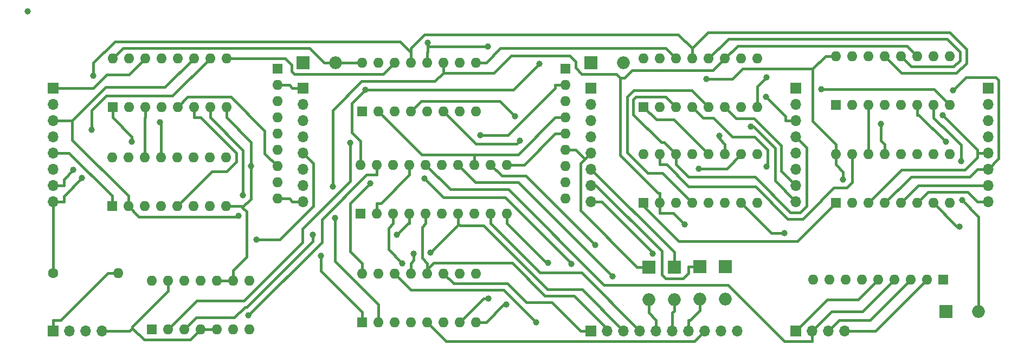
<source format=gbr>
%TF.GenerationSoftware,KiCad,Pcbnew,7.0.2*%
%TF.CreationDate,2023-06-04T09:33:39+01:00*%
%TF.ProjectId,SPI-Z80-BUS_ZXspectrum_impl,5350492d-5a38-4302-9d42-55535f5a5873,rev?*%
%TF.SameCoordinates,PX3473bc0PY19bfcc0*%
%TF.FileFunction,Copper,L2,Bot*%
%TF.FilePolarity,Positive*%
%FSLAX46Y46*%
G04 Gerber Fmt 4.6, Leading zero omitted, Abs format (unit mm)*
G04 Created by KiCad (PCBNEW 7.0.2) date 2023-06-04 09:33:39*
%MOMM*%
%LPD*%
G01*
G04 APERTURE LIST*
%TA.AperFunction,ComponentPad*%
%ADD10R,1.700000X1.700000*%
%TD*%
%TA.AperFunction,ComponentPad*%
%ADD11O,1.700000X1.700000*%
%TD*%
%TA.AperFunction,ComponentPad*%
%ADD12R,1.600000X1.600000*%
%TD*%
%TA.AperFunction,ComponentPad*%
%ADD13O,1.600000X1.600000*%
%TD*%
%TA.AperFunction,ComponentPad*%
%ADD14R,2.000000X2.000000*%
%TD*%
%TA.AperFunction,ComponentPad*%
%ADD15O,2.000000X2.000000*%
%TD*%
%TA.AperFunction,ComponentPad*%
%ADD16C,1.600000*%
%TD*%
%TA.AperFunction,ViaPad*%
%ADD17C,1.000000*%
%TD*%
%TA.AperFunction,Conductor*%
%ADD18C,0.400000*%
%TD*%
G04 APERTURE END LIST*
D10*
%TO.P,LOCAL_CONTROL1,1,Pin_1*%
%TO.N,/SPI-Z80-BUS/LOCAL_CONTROL.RD*%
X120000000Y-50000000D03*
D11*
%TO.P,LOCAL_CONTROL1,2,Pin_2*%
%TO.N,/SPI-Z80-BUS/LOCAL_CONTROL.WR*%
X122540000Y-50000000D03*
%TO.P,LOCAL_CONTROL1,3,Pin_3*%
%TO.N,/SPI-Z80-BUS/LOCAL_CONTROL.IORQ*%
X125080000Y-50000000D03*
%TO.P,LOCAL_CONTROL1,4,Pin_4*%
%TO.N,/SPI-Z80-BUS/LOCAL_CONTROL.MEMRQ*%
X127620000Y-50000000D03*
%TD*%
D12*
%TO.P,ZX80_CONTROL.RD1,1,~{PL}*%
%TO.N,/SPI-Z80-BUS/ESP_SPI_INT.PL*%
X52220000Y-48635000D03*
D13*
%TO.P,ZX80_CONTROL.RD1,2,CP*%
%TO.N,/SPI-Z80-BUS/ESP_SPI_INT.SCK*%
X54760000Y-48635000D03*
%TO.P,ZX80_CONTROL.RD1,3,D4*%
%TO.N,/SPI-Z80-BUS/Z80_CONTROL.BUSRQ*%
X57300000Y-48635000D03*
%TO.P,ZX80_CONTROL.RD1,4,D5*%
%TO.N,/SPI-Z80-BUS/Z80_CONTROL.WAIT*%
X59840000Y-48635000D03*
%TO.P,ZX80_CONTROL.RD1,5,D6*%
%TO.N,/SPI-Z80-BUS/Z80_CONTROL.BUSACK*%
X62380000Y-48635000D03*
%TO.P,ZX80_CONTROL.RD1,6,D7*%
%TO.N,/SPI-Z80-BUS/Z80_CONTROL.NMI*%
X64920000Y-48635000D03*
%TO.P,ZX80_CONTROL.RD1,7,~{Q7}*%
%TO.N,Net-(LOCAL_A-L.RD1-DS)*%
X67460000Y-48635000D03*
%TO.P,ZX80_CONTROL.RD1,8,GND*%
%TO.N,GND*%
X70000000Y-48635000D03*
%TO.P,ZX80_CONTROL.RD1,9,Q7*%
%TO.N,unconnected-(ZX80_CONTROL.RD1-Q7-Pad9)*%
X70000000Y-41015000D03*
%TO.P,ZX80_CONTROL.RD1,10,DS*%
%TO.N,Net-(LOCAL_D.RD1-~{Q7})*%
X67460000Y-41015000D03*
%TO.P,ZX80_CONTROL.RD1,11,D0*%
%TO.N,/SPI-Z80-BUS/Z80_CONTROL.RD*%
X64920000Y-41015000D03*
%TO.P,ZX80_CONTROL.RD1,12,D1*%
%TO.N,/SPI-Z80-BUS/Z80_CONTROL.WR*%
X62380000Y-41015000D03*
%TO.P,ZX80_CONTROL.RD1,13,D2*%
%TO.N,/SPI-Z80-BUS/Z80_CONTROL.IORQ*%
X59840000Y-41015000D03*
%TO.P,ZX80_CONTROL.RD1,14,D3*%
%TO.N,/SPI-Z80-BUS/Z80_CONTROL.MEMRQ*%
X57300000Y-41015000D03*
%TO.P,ZX80_CONTROL.RD1,15,~{CE}*%
%TO.N,/SPI-Z80-BUS/ESP_SPI_INT.CE*%
X54760000Y-41015000D03*
%TO.P,ZX80_CONTROL.RD1,16,VCC*%
%TO.N,+5V*%
X52220000Y-41015000D03*
%TD*%
D14*
%TO.P,D5,1,K*%
%TO.N,/SPI-Z80-BUS/ESP_CONTROL.ROMCS*%
X105000000Y-39920000D03*
D15*
%TO.P,D5,2,A*%
%TO.N,/SPI-Z80-BUS/Z80_CONTROL.ROMCS*%
X105000000Y-45000000D03*
%TD*%
D12*
%TO.P,IC1,1*%
%TO.N,/SPI-Z80-BUS/ESP_PULSE*%
X19375000Y-49800000D03*
D13*
%TO.P,IC1,2*%
%TO.N,/SPI-Z80-BUS/ESP_CONTROL.WR*%
X21915000Y-49800000D03*
%TO.P,IC1,3*%
%TO.N,Net-(CONTROL.SELECT1-1A1)*%
X24455000Y-49800000D03*
%TO.P,IC1,4*%
%TO.N,GND*%
X26995000Y-49800000D03*
%TO.P,IC1,5*%
X29535000Y-49800000D03*
%TO.P,IC1,6*%
%TO.N,unconnected-(IC1-Pad6)*%
X32075000Y-49800000D03*
%TO.P,IC1,7,GND*%
%TO.N,GND*%
X34615000Y-49800000D03*
%TO.P,IC1,8*%
%TO.N,unconnected-(IC1-Pad8)*%
X34615000Y-42180000D03*
%TO.P,IC1,9*%
%TO.N,GND*%
X32075000Y-42180000D03*
%TO.P,IC1,10*%
X29535000Y-42180000D03*
%TO.P,IC1,11*%
%TO.N,unconnected-(IC1-Pad11)*%
X26995000Y-42180000D03*
%TO.P,IC1,12*%
%TO.N,GND*%
X24455000Y-42180000D03*
%TO.P,IC1,13*%
X21915000Y-42180000D03*
%TO.P,IC1,14,VCC*%
%TO.N,+5V*%
X19375000Y-42180000D03*
%TD*%
D10*
%TO.P,J6,1,Pin_1*%
%TO.N,/SPI-Z80-BUS/LOCAL_A0*%
X120000000Y-12000000D03*
D11*
%TO.P,J6,2,Pin_2*%
%TO.N,/SPI-Z80-BUS/LOCAL_A1*%
X120000000Y-14540000D03*
%TO.P,J6,3,Pin_3*%
%TO.N,/SPI-Z80-BUS/LOCAL_A2*%
X120000000Y-17080000D03*
%TO.P,J6,4,Pin_4*%
%TO.N,/SPI-Z80-BUS/LOCAL_A3*%
X120000000Y-19620000D03*
%TO.P,J6,5,Pin_5*%
%TO.N,/SPI-Z80-BUS/LOCAL_A4*%
X120000000Y-22160000D03*
%TO.P,J6,6,Pin_6*%
%TO.N,/SPI-Z80-BUS/LOCAL_A5*%
X120000000Y-24700000D03*
%TO.P,J6,7,Pin_7*%
%TO.N,/SPI-Z80-BUS/LOCAL_A6*%
X120000000Y-27240000D03*
%TO.P,J6,8,Pin_8*%
%TO.N,/SPI-Z80-BUS/LOCAL_A7*%
X120000000Y-29780000D03*
%TD*%
D14*
%TO.P,D3,1,K*%
%TO.N,/SPI-Z80-BUS/ESP_CONTROL.BUSRQ*%
X97000000Y-40000000D03*
D15*
%TO.P,D3,2,A*%
%TO.N,/SPI-Z80-BUS/Z80_CONTROL.BUSRQ*%
X97000000Y-45080000D03*
%TD*%
D12*
%TO.P,RN1,1,common*%
%TO.N,Net-(D7-K)*%
X143000000Y-42000000D03*
D13*
%TO.P,RN1,2,R1*%
%TO.N,/SPI-Z80-BUS/LOCAL_CONTROL.MEMRQ*%
X140460000Y-42000000D03*
%TO.P,RN1,3,R2*%
%TO.N,/SPI-Z80-BUS/LOCAL_CONTROL.IORQ*%
X137920000Y-42000000D03*
%TO.P,RN1,4,R3*%
%TO.N,/SPI-Z80-BUS/LOCAL_CONTROL.WR*%
X135380000Y-42000000D03*
%TO.P,RN1,5,R4*%
%TO.N,/SPI-Z80-BUS/LOCAL_CONTROL.RD*%
X132840000Y-42000000D03*
%TO.P,RN1,6,R5*%
%TO.N,unconnected-(RN1-R5-Pad6)*%
X130300000Y-42000000D03*
%TO.P,RN1,7,R6*%
%TO.N,unconnected-(RN1-R6-Pad7)*%
X127760000Y-42000000D03*
%TO.P,RN1,8,R7*%
%TO.N,unconnected-(RN1-R7-Pad8)*%
X125220000Y-42000000D03*
%TO.P,RN1,9,R8*%
%TO.N,unconnected-(RN1-R8-Pad9)*%
X122680000Y-42000000D03*
%TD*%
D14*
%TO.P,D7,1,K*%
%TO.N,Net-(D7-K)*%
X143460000Y-47000000D03*
D15*
%TO.P,D7,2,A*%
%TO.N,+5V*%
X148540000Y-47000000D03*
%TD*%
D14*
%TO.P,D1,1,K*%
%TO.N,Net-(D1-K)*%
X88000000Y-8000000D03*
D15*
%TO.P,D1,2,A*%
%TO.N,+5V*%
X93080000Y-8000000D03*
%TD*%
D12*
%TO.P,LOCAL_D.WR1,1,QB*%
%TO.N,/SPI-Z80-BUS/LOCAL_D1*%
X13260000Y-15000000D03*
D13*
%TO.P,LOCAL_D.WR1,2,QC*%
%TO.N,/SPI-Z80-BUS/LOCAL_D2*%
X15800000Y-15000000D03*
%TO.P,LOCAL_D.WR1,3,QD*%
%TO.N,/SPI-Z80-BUS/LOCAL_D3*%
X18340000Y-15000000D03*
%TO.P,LOCAL_D.WR1,4,QE*%
%TO.N,/SPI-Z80-BUS/LOCAL_D4*%
X20880000Y-15000000D03*
%TO.P,LOCAL_D.WR1,5,QF*%
%TO.N,/SPI-Z80-BUS/LOCAL_D5*%
X23420000Y-15000000D03*
%TO.P,LOCAL_D.WR1,6,QG*%
%TO.N,/SPI-Z80-BUS/LOCAL_D6*%
X25960000Y-15000000D03*
%TO.P,LOCAL_D.WR1,7,QH*%
%TO.N,/SPI-Z80-BUS/LOCAL_D7*%
X28500000Y-15000000D03*
%TO.P,LOCAL_D.WR1,8,GND*%
%TO.N,GND*%
X31040000Y-15000000D03*
%TO.P,LOCAL_D.WR1,9,QH'*%
%TO.N,Net-(ESP_CONTROL.WR1-SER)*%
X31040000Y-7380000D03*
%TO.P,LOCAL_D.WR1,10,~{SRCLR}*%
%TO.N,/SPI-Z80-BUS/ESP_SPI_INT.MR*%
X28500000Y-7380000D03*
%TO.P,LOCAL_D.WR1,11,SRCLK*%
%TO.N,/SPI-Z80-BUS/ESP_SPI_INT.SCK*%
X25960000Y-7380000D03*
%TO.P,LOCAL_D.WR1,12,RCLK*%
%TO.N,/SPI-Z80-BUS/ESP_SPI_INT.STC*%
X23420000Y-7380000D03*
%TO.P,LOCAL_D.WR1,13,~{OE}*%
%TO.N,/SPI-Z80-BUS/ESP_CONTROL.WR*%
X20880000Y-7380000D03*
%TO.P,LOCAL_D.WR1,14,SER*%
%TO.N,/SPI-Z80-BUS/ESP_SPI_INT.MOSI*%
X18340000Y-7380000D03*
%TO.P,LOCAL_D.WR1,15,QA*%
%TO.N,/SPI-Z80-BUS/LOCAL_D0*%
X15800000Y-7380000D03*
%TO.P,LOCAL_D.WR1,16,VCC*%
%TO.N,+5V*%
X13260000Y-7380000D03*
%TD*%
D12*
%TO.P,LOCAL_D.RD1,1,~{PL}*%
%TO.N,/SPI-Z80-BUS/ESP_SPI_INT.PL*%
X13220000Y-30500000D03*
D13*
%TO.P,LOCAL_D.RD1,2,CP*%
%TO.N,/SPI-Z80-BUS/ESP_SPI_INT.SCK*%
X15760000Y-30500000D03*
%TO.P,LOCAL_D.RD1,3,D4*%
%TO.N,/SPI-Z80-BUS/LOCAL_D4*%
X18300000Y-30500000D03*
%TO.P,LOCAL_D.RD1,4,D5*%
%TO.N,/SPI-Z80-BUS/LOCAL_D5*%
X20840000Y-30500000D03*
%TO.P,LOCAL_D.RD1,5,D6*%
%TO.N,/SPI-Z80-BUS/LOCAL_D6*%
X23380000Y-30500000D03*
%TO.P,LOCAL_D.RD1,6,D7*%
%TO.N,/SPI-Z80-BUS/LOCAL_D7*%
X25920000Y-30500000D03*
%TO.P,LOCAL_D.RD1,7,~{Q7}*%
%TO.N,Net-(LOCAL_D.RD1-~{Q7})*%
X28460000Y-30500000D03*
%TO.P,LOCAL_D.RD1,8,GND*%
%TO.N,GND*%
X31000000Y-30500000D03*
%TO.P,LOCAL_D.RD1,9,Q7*%
%TO.N,unconnected-(LOCAL_D.RD1-Q7-Pad9)*%
X31000000Y-22880000D03*
%TO.P,LOCAL_D.RD1,10,DS*%
%TO.N,GND*%
X28460000Y-22880000D03*
%TO.P,LOCAL_D.RD1,11,D0*%
%TO.N,/SPI-Z80-BUS/LOCAL_D0*%
X25920000Y-22880000D03*
%TO.P,LOCAL_D.RD1,12,D1*%
%TO.N,/SPI-Z80-BUS/LOCAL_D1*%
X23380000Y-22880000D03*
%TO.P,LOCAL_D.RD1,13,D2*%
%TO.N,/SPI-Z80-BUS/LOCAL_D2*%
X20840000Y-22880000D03*
%TO.P,LOCAL_D.RD1,14,D3*%
%TO.N,/SPI-Z80-BUS/LOCAL_D3*%
X18300000Y-22880000D03*
%TO.P,LOCAL_D.RD1,15,~{CE}*%
%TO.N,/SPI-Z80-BUS/ESP_SPI_INT.CE*%
X15760000Y-22880000D03*
%TO.P,LOCAL_D.RD1,16,VCC*%
%TO.N,+5V*%
X13220000Y-22880000D03*
%TD*%
D12*
%TO.P,ESP_CONTROL.WR1,1,QB*%
%TO.N,/SPI-Z80-BUS/ESP_CONTROL.WR*%
X52220000Y-15635000D03*
D13*
%TO.P,ESP_CONTROL.WR1,2,QC*%
%TO.N,/SPI-Z80-BUS/ESP_CONTROL.IORQ*%
X54760000Y-15635000D03*
%TO.P,ESP_CONTROL.WR1,3,QD*%
%TO.N,/SPI-Z80-BUS/ESP_CONTROL.MEMRQ*%
X57300000Y-15635000D03*
%TO.P,ESP_CONTROL.WR1,4,QE*%
%TO.N,/SPI-Z80-BUS/ESP_CONTROL.BUSRQ*%
X59840000Y-15635000D03*
%TO.P,ESP_CONTROL.WR1,5,QF*%
%TO.N,/SPI-Z80-BUS/ESP_CONTROL.WAIT*%
X62380000Y-15635000D03*
%TO.P,ESP_CONTROL.WR1,6,QG*%
%TO.N,/SPI-Z80-BUS/ESP_CONTROL.ROMCS*%
X64920000Y-15635000D03*
%TO.P,ESP_CONTROL.WR1,7,QH*%
%TO.N,/SPI-Z80-BUS/ESP_CONTROL.NMI*%
X67460000Y-15635000D03*
%TO.P,ESP_CONTROL.WR1,8,GND*%
%TO.N,GND*%
X70000000Y-15635000D03*
%TO.P,ESP_CONTROL.WR1,9,QH'*%
%TO.N,Net-(ESP_CONTROL.WR1-QH')*%
X70000000Y-8015000D03*
%TO.P,ESP_CONTROL.WR1,10,~{SRCLR}*%
%TO.N,/SPI-Z80-BUS/ESP_SPI_INT.MR*%
X67460000Y-8015000D03*
%TO.P,ESP_CONTROL.WR1,11,SRCLK*%
%TO.N,/SPI-Z80-BUS/ESP_SPI_INT.SCK*%
X64920000Y-8015000D03*
%TO.P,ESP_CONTROL.WR1,12,RCLK*%
%TO.N,/SPI-Z80-BUS/ESP_SPI_INT.STC*%
X62380000Y-8015000D03*
%TO.P,ESP_CONTROL.WR1,13,~{OE}*%
%TO.N,/SPI-Z80-BUS/ESP_SPI_INT.OE*%
X59840000Y-8015000D03*
%TO.P,ESP_CONTROL.WR1,14,SER*%
%TO.N,Net-(ESP_CONTROL.WR1-SER)*%
X57300000Y-8015000D03*
%TO.P,ESP_CONTROL.WR1,15,QA*%
%TO.N,/SPI-Z80-BUS/ESP_CONTROL.RD*%
X54760000Y-8015000D03*
%TO.P,ESP_CONTROL.WR1,16,VCC*%
%TO.N,+5V*%
X52220000Y-8015000D03*
%TD*%
D10*
%TO.P,J3,1,Pin_1*%
%TO.N,/SPI-Z80-BUS/ESP_SPI_INT.MOSI*%
X4000000Y-12000000D03*
D11*
%TO.P,J3,2,Pin_2*%
%TO.N,/SPI-Z80-BUS/ESP_SPI_INT.MISO*%
X4000000Y-14540000D03*
%TO.P,J3,3,Pin_3*%
%TO.N,/SPI-Z80-BUS/ESP_SPI_INT.SCK*%
X4000000Y-17080000D03*
%TO.P,J3,4,Pin_4*%
%TO.N,/SPI-Z80-BUS/ESP_SPI_INT.STC*%
X4000000Y-19620000D03*
%TO.P,J3,5,Pin_5*%
%TO.N,/SPI-Z80-BUS/ESP_SPI_INT.PL*%
X4000000Y-22160000D03*
%TO.P,J3,6,Pin_6*%
%TO.N,/SPI-Z80-BUS/ESP_SPI_INT.CE*%
X4000000Y-24700000D03*
%TO.P,J3,7,Pin_7*%
%TO.N,/SPI-Z80-BUS/ESP_SPI_INT.OE*%
X4000000Y-27240000D03*
%TO.P,J3,8,Pin_8*%
%TO.N,/SPI-Z80-BUS/ESP_SPI_INT.MR*%
X4000000Y-29780000D03*
%TD*%
D12*
%TO.P,CONTROL.SELECT1,1,1OE*%
%TO.N,/SPI-Z80-BUS/ESP_CONTROL.BUSRQ*%
X52000000Y-31620000D03*
D13*
%TO.P,CONTROL.SELECT1,2,1A0*%
%TO.N,/SPI-Z80-BUS/ESP_CONTROL.RD*%
X54540000Y-31620000D03*
%TO.P,CONTROL.SELECT1,3,2Y0*%
%TO.N,/SPI-Z80-BUS/Z80_CONTROL.RD*%
X57080000Y-31620000D03*
%TO.P,CONTROL.SELECT1,4,1A1*%
%TO.N,Net-(CONTROL.SELECT1-1A1)*%
X59620000Y-31620000D03*
%TO.P,CONTROL.SELECT1,5,2Y1*%
%TO.N,/SPI-Z80-BUS/Z80_CONTROL.WR*%
X62160000Y-31620000D03*
%TO.P,CONTROL.SELECT1,6,1A2*%
%TO.N,/SPI-Z80-BUS/ESP_CONTROL.IORQ*%
X64700000Y-31620000D03*
%TO.P,CONTROL.SELECT1,7,2Y2*%
%TO.N,/SPI-Z80-BUS/Z80_CONTROL.IORQ*%
X67240000Y-31620000D03*
%TO.P,CONTROL.SELECT1,8,1A3*%
%TO.N,/SPI-Z80-BUS/ESP_CONTROL.MEMRQ*%
X69780000Y-31620000D03*
%TO.P,CONTROL.SELECT1,9,2Y3*%
%TO.N,/SPI-Z80-BUS/Z80_CONTROL.MEMRQ*%
X72320000Y-31620000D03*
%TO.P,CONTROL.SELECT1,10,GND*%
%TO.N,GND*%
X74860000Y-31620000D03*
%TO.P,CONTROL.SELECT1,11,2A3*%
%TO.N,/SPI-Z80-BUS/ESP_CONTROL.MEMRQ*%
X74860000Y-24000000D03*
%TO.P,CONTROL.SELECT1,12,1Y3*%
%TO.N,/SPI-Z80-BUS/LOCAL_CONTROL.MEMRQ*%
X72320000Y-24000000D03*
%TO.P,CONTROL.SELECT1,13,2A2*%
%TO.N,/SPI-Z80-BUS/ESP_CONTROL.IORQ*%
X69780000Y-24000000D03*
%TO.P,CONTROL.SELECT1,14,1Y2*%
%TO.N,/SPI-Z80-BUS/LOCAL_CONTROL.IORQ*%
X67240000Y-24000000D03*
%TO.P,CONTROL.SELECT1,15,2A1*%
%TO.N,Net-(CONTROL.SELECT1-1A1)*%
X64700000Y-24000000D03*
%TO.P,CONTROL.SELECT1,16,1Y1*%
%TO.N,/SPI-Z80-BUS/LOCAL_CONTROL.WR*%
X62160000Y-24000000D03*
%TO.P,CONTROL.SELECT1,17,2A0*%
%TO.N,/SPI-Z80-BUS/ESP_CONTROL.RD*%
X59620000Y-24000000D03*
%TO.P,CONTROL.SELECT1,18,1Y0*%
%TO.N,/SPI-Z80-BUS/LOCAL_CONTROL.RD*%
X57080000Y-24000000D03*
%TO.P,CONTROL.SELECT1,19,2OE*%
%TO.N,/SPI-Z80-BUS/!ESP_HARDLOCK*%
X54540000Y-24000000D03*
%TO.P,CONTROL.SELECT1,20,VCC*%
%TO.N,+5V*%
X52000000Y-24000000D03*
%TD*%
D14*
%TO.P,D4,1,K*%
%TO.N,/SPI-Z80-BUS/ESP_CONTROL.WAIT*%
X101000000Y-40000000D03*
D15*
%TO.P,D4,2,A*%
%TO.N,/SPI-Z80-BUS/Z80_CONTROL.WAIT*%
X101000000Y-45080000D03*
%TD*%
D10*
%TO.P,J1,1,Pin_1*%
%TO.N,+5V*%
X4000000Y-50000000D03*
D11*
%TO.P,J1,2,Pin_2*%
%TO.N,/SPI-Z80-BUS/ESP_PULSE*%
X6540000Y-50000000D03*
%TO.P,J1,3,Pin_3*%
%TO.N,/SPI-Z80-BUS/!ESP_HARDLOCK*%
X9080000Y-50000000D03*
%TO.P,J1,4,Pin_4*%
%TO.N,GND*%
X11620000Y-50000000D03*
%TD*%
D10*
%TO.P,J7,1,Pin_1*%
%TO.N,/SPI-Z80-BUS/LOCAL_A8*%
X150000000Y-12000000D03*
D11*
%TO.P,J7,2,Pin_2*%
%TO.N,/SPI-Z80-BUS/LOCAL_A9*%
X150000000Y-14540000D03*
%TO.P,J7,3,Pin_3*%
%TO.N,/SPI-Z80-BUS/LOCAL_A10*%
X150000000Y-17080000D03*
%TO.P,J7,4,Pin_4*%
%TO.N,/SPI-Z80-BUS/LOCAL_A11*%
X150000000Y-19620000D03*
%TO.P,J7,5,Pin_5*%
%TO.N,/SPI-Z80-BUS/LOCAL_A12*%
X150000000Y-22160000D03*
%TO.P,J7,6,Pin_6*%
%TO.N,/SPI-Z80-BUS/LOCAL_A13*%
X150000000Y-24700000D03*
%TO.P,J7,7,Pin_7*%
%TO.N,/SPI-Z80-BUS/LOCAL_A14*%
X150000000Y-27240000D03*
%TO.P,J7,8,Pin_8*%
%TO.N,/SPI-Z80-BUS/LOCAL_A15*%
X150000000Y-29780000D03*
%TD*%
D12*
%TO.P,LOCAL_ADDR-H.WR1,1,QB*%
%TO.N,/SPI-Z80-BUS/LOCAL_A9*%
X126220000Y-14620000D03*
D13*
%TO.P,LOCAL_ADDR-H.WR1,2,QC*%
%TO.N,/SPI-Z80-BUS/LOCAL_A10*%
X128760000Y-14620000D03*
%TO.P,LOCAL_ADDR-H.WR1,3,QD*%
%TO.N,/SPI-Z80-BUS/LOCAL_A11*%
X131300000Y-14620000D03*
%TO.P,LOCAL_ADDR-H.WR1,4,QE*%
%TO.N,/SPI-Z80-BUS/LOCAL_A12*%
X133840000Y-14620000D03*
%TO.P,LOCAL_ADDR-H.WR1,5,QF*%
%TO.N,/SPI-Z80-BUS/LOCAL_A13*%
X136380000Y-14620000D03*
%TO.P,LOCAL_ADDR-H.WR1,6,QG*%
%TO.N,/SPI-Z80-BUS/LOCAL_A14*%
X138920000Y-14620000D03*
%TO.P,LOCAL_ADDR-H.WR1,7,QH*%
%TO.N,/SPI-Z80-BUS/LOCAL_A15*%
X141460000Y-14620000D03*
%TO.P,LOCAL_ADDR-H.WR1,8,GND*%
%TO.N,GND*%
X144000000Y-14620000D03*
%TO.P,LOCAL_ADDR-H.WR1,9,QH'*%
%TO.N,unconnected-(LOCAL_ADDR-H.WR1-QH'-Pad9)*%
X144000000Y-7000000D03*
%TO.P,LOCAL_ADDR-H.WR1,10,~{SRCLR}*%
%TO.N,/SPI-Z80-BUS/ESP_SPI_INT.MR*%
X141460000Y-7000000D03*
%TO.P,LOCAL_ADDR-H.WR1,11,SRCLK*%
%TO.N,/SPI-Z80-BUS/ESP_SPI_INT.SCK*%
X138920000Y-7000000D03*
%TO.P,LOCAL_ADDR-H.WR1,12,RCLK*%
%TO.N,/SPI-Z80-BUS/ESP_SPI_INT.STC*%
X136380000Y-7000000D03*
%TO.P,LOCAL_ADDR-H.WR1,13,~{OE}*%
%TO.N,/SPI-Z80-BUS/ESP_SPI_INT.OE*%
X133840000Y-7000000D03*
%TO.P,LOCAL_ADDR-H.WR1,14,SER*%
%TO.N,Net-(LOCAL_ADDR-H.WR1-SER)*%
X131300000Y-7000000D03*
%TO.P,LOCAL_ADDR-H.WR1,15,QA*%
%TO.N,/SPI-Z80-BUS/LOCAL_A8*%
X128760000Y-7000000D03*
%TO.P,LOCAL_ADDR-H.WR1,16,VCC*%
%TO.N,+5V*%
X126220000Y-7000000D03*
%TD*%
D12*
%TO.P,LOCAL_ADDR-L.WR1,1,QB*%
%TO.N,/SPI-Z80-BUS/LOCAL_A1*%
X96220000Y-15000000D03*
D13*
%TO.P,LOCAL_ADDR-L.WR1,2,QC*%
%TO.N,/SPI-Z80-BUS/LOCAL_A2*%
X98760000Y-15000000D03*
%TO.P,LOCAL_ADDR-L.WR1,3,QD*%
%TO.N,/SPI-Z80-BUS/LOCAL_A3*%
X101300000Y-15000000D03*
%TO.P,LOCAL_ADDR-L.WR1,4,QE*%
%TO.N,/SPI-Z80-BUS/LOCAL_A4*%
X103840000Y-15000000D03*
%TO.P,LOCAL_ADDR-L.WR1,5,QF*%
%TO.N,/SPI-Z80-BUS/LOCAL_A5*%
X106380000Y-15000000D03*
%TO.P,LOCAL_ADDR-L.WR1,6,QG*%
%TO.N,/SPI-Z80-BUS/LOCAL_A6*%
X108920000Y-15000000D03*
%TO.P,LOCAL_ADDR-L.WR1,7,QH*%
%TO.N,/SPI-Z80-BUS/LOCAL_A7*%
X111460000Y-15000000D03*
%TO.P,LOCAL_ADDR-L.WR1,8,GND*%
%TO.N,GND*%
X114000000Y-15000000D03*
%TO.P,LOCAL_ADDR-L.WR1,9,QH'*%
%TO.N,Net-(LOCAL_ADDR-H.WR1-SER)*%
X114000000Y-7380000D03*
%TO.P,LOCAL_ADDR-L.WR1,10,~{SRCLR}*%
%TO.N,/SPI-Z80-BUS/ESP_SPI_INT.MR*%
X111460000Y-7380000D03*
%TO.P,LOCAL_ADDR-L.WR1,11,SRCLK*%
%TO.N,/SPI-Z80-BUS/ESP_SPI_INT.SCK*%
X108920000Y-7380000D03*
%TO.P,LOCAL_ADDR-L.WR1,12,RCLK*%
%TO.N,/SPI-Z80-BUS/ESP_SPI_INT.STC*%
X106380000Y-7380000D03*
%TO.P,LOCAL_ADDR-L.WR1,13,~{OE}*%
%TO.N,/SPI-Z80-BUS/ESP_SPI_INT.OE*%
X103840000Y-7380000D03*
%TO.P,LOCAL_ADDR-L.WR1,14,SER*%
%TO.N,Net-(ESP_CONTROL.WR1-QH')*%
X101300000Y-7380000D03*
%TO.P,LOCAL_ADDR-L.WR1,15,QA*%
%TO.N,/SPI-Z80-BUS/LOCAL_A0*%
X98760000Y-7380000D03*
%TO.P,LOCAL_ADDR-L.WR1,16,VCC*%
%TO.N,+5V*%
X96220000Y-7380000D03*
%TD*%
D14*
%TO.P,D6,1,K*%
%TO.N,/SPI-Z80-BUS/ESP_CONTROL.NMI*%
X109000000Y-39920000D03*
D15*
%TO.P,D6,2,A*%
%TO.N,/SPI-Z80-BUS/Z80_CONTROL.NMI*%
X109000000Y-45000000D03*
%TD*%
D12*
%TO.P,LOCAL_A-H.RD1,1,~{PL}*%
%TO.N,/SPI-Z80-BUS/ESP_SPI_INT.PL*%
X126220000Y-30000000D03*
D13*
%TO.P,LOCAL_A-H.RD1,2,CP*%
%TO.N,/SPI-Z80-BUS/ESP_SPI_INT.SCK*%
X128760000Y-30000000D03*
%TO.P,LOCAL_A-H.RD1,3,D4*%
%TO.N,/SPI-Z80-BUS/LOCAL_A12*%
X131300000Y-30000000D03*
%TO.P,LOCAL_A-H.RD1,4,D5*%
%TO.N,/SPI-Z80-BUS/LOCAL_A13*%
X133840000Y-30000000D03*
%TO.P,LOCAL_A-H.RD1,5,D6*%
%TO.N,/SPI-Z80-BUS/LOCAL_A14*%
X136380000Y-30000000D03*
%TO.P,LOCAL_A-H.RD1,6,D7*%
%TO.N,/SPI-Z80-BUS/LOCAL_A15*%
X138920000Y-30000000D03*
%TO.P,LOCAL_A-H.RD1,7,~{Q7}*%
%TO.N,/SPI-Z80-BUS/ESP_SPI_INT.MISO*%
X141460000Y-30000000D03*
%TO.P,LOCAL_A-H.RD1,8,GND*%
%TO.N,GND*%
X144000000Y-30000000D03*
%TO.P,LOCAL_A-H.RD1,9,Q7*%
%TO.N,unconnected-(LOCAL_A-H.RD1-Q7-Pad9)*%
X144000000Y-22380000D03*
%TO.P,LOCAL_A-H.RD1,10,DS*%
%TO.N,Net-(LOCAL_A-H.RD1-DS)*%
X141460000Y-22380000D03*
%TO.P,LOCAL_A-H.RD1,11,D0*%
%TO.N,/SPI-Z80-BUS/LOCAL_A8*%
X138920000Y-22380000D03*
%TO.P,LOCAL_A-H.RD1,12,D1*%
%TO.N,/SPI-Z80-BUS/LOCAL_A9*%
X136380000Y-22380000D03*
%TO.P,LOCAL_A-H.RD1,13,D2*%
%TO.N,/SPI-Z80-BUS/LOCAL_A10*%
X133840000Y-22380000D03*
%TO.P,LOCAL_A-H.RD1,14,D3*%
%TO.N,/SPI-Z80-BUS/LOCAL_A11*%
X131300000Y-22380000D03*
%TO.P,LOCAL_A-H.RD1,15,~{CE}*%
%TO.N,/SPI-Z80-BUS/ESP_SPI_INT.CE*%
X128760000Y-22380000D03*
%TO.P,LOCAL_A-H.RD1,16,VCC*%
%TO.N,+5V*%
X126220000Y-22380000D03*
%TD*%
D12*
%TO.P,ESP_CONTROL.Bias1,1,common*%
%TO.N,Net-(D1-K)*%
X84000000Y-9000000D03*
D13*
%TO.P,ESP_CONTROL.Bias1,2,R1*%
%TO.N,/SPI-Z80-BUS/ESP_CONTROL.RD*%
X84000000Y-11540000D03*
%TO.P,ESP_CONTROL.Bias1,3,R2*%
%TO.N,/SPI-Z80-BUS/ESP_CONTROL.WR*%
X84000000Y-14080000D03*
%TO.P,ESP_CONTROL.Bias1,4,R3*%
%TO.N,/SPI-Z80-BUS/ESP_CONTROL.IORQ*%
X84000000Y-16620000D03*
%TO.P,ESP_CONTROL.Bias1,5,R4*%
%TO.N,/SPI-Z80-BUS/ESP_CONTROL.MEMRQ*%
X84000000Y-19160000D03*
%TO.P,ESP_CONTROL.Bias1,6,R5*%
%TO.N,/SPI-Z80-BUS/ESP_CONTROL.BUSRQ*%
X84000000Y-21700000D03*
%TO.P,ESP_CONTROL.Bias1,7,R6*%
%TO.N,/SPI-Z80-BUS/ESP_CONTROL.WAIT*%
X84000000Y-24240000D03*
%TO.P,ESP_CONTROL.Bias1,8,R7*%
%TO.N,/SPI-Z80-BUS/ESP_CONTROL.ROMCS*%
X84000000Y-26780000D03*
%TO.P,ESP_CONTROL.Bias1,9,R8*%
%TO.N,/SPI-Z80-BUS/ESP_CONTROL.NMI*%
X84000000Y-29320000D03*
%TD*%
D14*
%TO.P,D2,1,K*%
%TO.N,Net-(D2-K)*%
X43000000Y-8000000D03*
D15*
%TO.P,D2,2,A*%
%TO.N,+5V*%
X48080000Y-8000000D03*
%TD*%
D12*
%TO.P,LOCAL_A-L.RD1,1,~{PL}*%
%TO.N,/SPI-Z80-BUS/ESP_SPI_INT.PL*%
X96220000Y-30000000D03*
D13*
%TO.P,LOCAL_A-L.RD1,2,CP*%
%TO.N,/SPI-Z80-BUS/ESP_SPI_INT.SCK*%
X98760000Y-30000000D03*
%TO.P,LOCAL_A-L.RD1,3,D4*%
%TO.N,/SPI-Z80-BUS/LOCAL_A4*%
X101300000Y-30000000D03*
%TO.P,LOCAL_A-L.RD1,4,D5*%
%TO.N,/SPI-Z80-BUS/LOCAL_A5*%
X103840000Y-30000000D03*
%TO.P,LOCAL_A-L.RD1,5,D6*%
%TO.N,/SPI-Z80-BUS/LOCAL_A6*%
X106380000Y-30000000D03*
%TO.P,LOCAL_A-L.RD1,6,D7*%
%TO.N,/SPI-Z80-BUS/LOCAL_A7*%
X108920000Y-30000000D03*
%TO.P,LOCAL_A-L.RD1,7,~{Q7}*%
%TO.N,Net-(LOCAL_A-H.RD1-DS)*%
X111460000Y-30000000D03*
%TO.P,LOCAL_A-L.RD1,8,GND*%
%TO.N,GND*%
X114000000Y-30000000D03*
%TO.P,LOCAL_A-L.RD1,9,Q7*%
%TO.N,unconnected-(LOCAL_A-L.RD1-Q7-Pad9)*%
X114000000Y-22380000D03*
%TO.P,LOCAL_A-L.RD1,10,DS*%
%TO.N,Net-(LOCAL_A-L.RD1-DS)*%
X111460000Y-22380000D03*
%TO.P,LOCAL_A-L.RD1,11,D0*%
%TO.N,/SPI-Z80-BUS/LOCAL_A0*%
X108920000Y-22380000D03*
%TO.P,LOCAL_A-L.RD1,12,D1*%
%TO.N,/SPI-Z80-BUS/LOCAL_A1*%
X106380000Y-22380000D03*
%TO.P,LOCAL_A-L.RD1,13,D2*%
%TO.N,/SPI-Z80-BUS/LOCAL_A2*%
X103840000Y-22380000D03*
%TO.P,LOCAL_A-L.RD1,14,D3*%
%TO.N,/SPI-Z80-BUS/LOCAL_A3*%
X101300000Y-22380000D03*
%TO.P,LOCAL_A-L.RD1,15,~{CE}*%
%TO.N,/SPI-Z80-BUS/ESP_SPI_INT.CE*%
X98760000Y-22380000D03*
%TO.P,LOCAL_A-L.RD1,16,VCC*%
%TO.N,+5V*%
X96220000Y-22380000D03*
%TD*%
D10*
%TO.P,J2,1,Pin_1*%
%TO.N,/SPI-Z80-BUS/LOCAL_D0*%
X43000000Y-12000000D03*
D11*
%TO.P,J2,2,Pin_2*%
%TO.N,/SPI-Z80-BUS/LOCAL_D1*%
X43000000Y-14540000D03*
%TO.P,J2,3,Pin_3*%
%TO.N,/SPI-Z80-BUS/LOCAL_D2*%
X43000000Y-17080000D03*
%TO.P,J2,4,Pin_4*%
%TO.N,/SPI-Z80-BUS/LOCAL_D3*%
X43000000Y-19620000D03*
%TO.P,J2,5,Pin_5*%
%TO.N,/SPI-Z80-BUS/LOCAL_D4*%
X43000000Y-22160000D03*
%TO.P,J2,6,Pin_6*%
%TO.N,/SPI-Z80-BUS/LOCAL_D5*%
X43000000Y-24700000D03*
%TO.P,J2,7,Pin_7*%
%TO.N,/SPI-Z80-BUS/LOCAL_D6*%
X43000000Y-27240000D03*
%TO.P,J2,8,Pin_8*%
%TO.N,/SPI-Z80-BUS/LOCAL_D7*%
X43000000Y-29780000D03*
%TD*%
D10*
%TO.P,J5,1,Pin_1*%
%TO.N,/SPI-Z80-BUS/Z80_CONTROL.RD*%
X88000000Y-50000000D03*
D11*
%TO.P,J5,2,Pin_2*%
%TO.N,/SPI-Z80-BUS/Z80_CONTROL.WR*%
X90540000Y-50000000D03*
%TO.P,J5,3,Pin_3*%
%TO.N,/SPI-Z80-BUS/Z80_CONTROL.IORQ*%
X93080000Y-50000000D03*
%TO.P,J5,4,Pin_4*%
%TO.N,/SPI-Z80-BUS/Z80_CONTROL.MEMRQ*%
X95620000Y-50000000D03*
%TO.P,J5,5,Pin_5*%
%TO.N,/SPI-Z80-BUS/Z80_CONTROL.BUSRQ*%
X98160000Y-50000000D03*
%TO.P,J5,6,Pin_6*%
%TO.N,/SPI-Z80-BUS/Z80_CONTROL.WAIT*%
X100700000Y-50000000D03*
%TO.P,J5,7,Pin_7*%
%TO.N,/SPI-Z80-BUS/Z80_CONTROL.ROMCS*%
X103240000Y-50000000D03*
%TO.P,J5,8,Pin_8*%
%TO.N,/SPI-Z80-BUS/Z80_CONTROL.BUSACK*%
X105780000Y-50000000D03*
%TO.P,J5,9,Pin_9*%
%TO.N,/SPI-Z80-BUS/Z80_CONTROL.NMI*%
X108320000Y-50000000D03*
%TO.P,J5,10,Pin_10*%
%TO.N,/SPI-Z80-BUS/Z80_CONTROL.RESET*%
X110860000Y-50000000D03*
%TD*%
D16*
%TO.P,R1,1*%
%TO.N,/SPI-Z80-BUS/ESP_SPI_INT.MR*%
X4000000Y-41000000D03*
D13*
%TO.P,R1,2*%
%TO.N,+5V*%
X14160000Y-41000000D03*
%TD*%
D12*
%TO.P,LOCAL_D.Bias1,1,common*%
%TO.N,Net-(D2-K)*%
X39000000Y-9000000D03*
D13*
%TO.P,LOCAL_D.Bias1,2,R1*%
%TO.N,/SPI-Z80-BUS/LOCAL_D0*%
X39000000Y-11540000D03*
%TO.P,LOCAL_D.Bias1,3,R2*%
%TO.N,/SPI-Z80-BUS/LOCAL_D1*%
X39000000Y-14080000D03*
%TO.P,LOCAL_D.Bias1,4,R3*%
%TO.N,/SPI-Z80-BUS/LOCAL_D2*%
X39000000Y-16620000D03*
%TO.P,LOCAL_D.Bias1,5,R4*%
%TO.N,/SPI-Z80-BUS/LOCAL_D3*%
X39000000Y-19160000D03*
%TO.P,LOCAL_D.Bias1,6,R5*%
%TO.N,/SPI-Z80-BUS/LOCAL_D4*%
X39000000Y-21700000D03*
%TO.P,LOCAL_D.Bias1,7,R6*%
%TO.N,/SPI-Z80-BUS/LOCAL_D5*%
X39000000Y-24240000D03*
%TO.P,LOCAL_D.Bias1,8,R7*%
%TO.N,/SPI-Z80-BUS/LOCAL_D6*%
X39000000Y-26780000D03*
%TO.P,LOCAL_D.Bias1,9,R8*%
%TO.N,/SPI-Z80-BUS/LOCAL_D7*%
X39000000Y-29320000D03*
%TD*%
D10*
%TO.P,J4,1,Pin_1*%
%TO.N,/SPI-Z80-BUS/ESP_CONTROL.RD*%
X88000000Y-12000000D03*
D11*
%TO.P,J4,2,Pin_2*%
%TO.N,/SPI-Z80-BUS/ESP_CONTROL.WR*%
X88000000Y-14540000D03*
%TO.P,J4,3,Pin_3*%
%TO.N,/SPI-Z80-BUS/ESP_CONTROL.IORQ*%
X88000000Y-17080000D03*
%TO.P,J4,4,Pin_4*%
%TO.N,/SPI-Z80-BUS/ESP_CONTROL.MEMRQ*%
X88000000Y-19620000D03*
%TO.P,J4,5,Pin_5*%
%TO.N,/SPI-Z80-BUS/ESP_CONTROL.BUSRQ*%
X88000000Y-22160000D03*
%TO.P,J4,6,Pin_6*%
%TO.N,/SPI-Z80-BUS/ESP_CONTROL.WAIT*%
X88000000Y-24700000D03*
%TO.P,J4,7,Pin_7*%
%TO.N,/SPI-Z80-BUS/ESP_CONTROL.ROMCS*%
X88000000Y-27240000D03*
%TO.P,J4,8,Pin_8*%
%TO.N,/SPI-Z80-BUS/ESP_CONTROL.NMI*%
X88000000Y-29780000D03*
%TD*%
D17*
%TO.N,*%
X0Y0D03*
%TO.N,/SPI-Z80-BUS/ESP_CONTROL.BUSRQ*%
X76103100Y-16414800D03*
%TO.N,/SPI-Z80-BUS/ESP_CONTROL.RD*%
X70684000Y-19411500D03*
%TO.N,/SPI-Z80-BUS/Z80_CONTROL.RD*%
X58519200Y-39414800D03*
%TO.N,Net-(CONTROL.SELECT1-1A1)*%
X44516900Y-34996600D03*
X57690000Y-34996600D03*
%TO.N,/SPI-Z80-BUS/Z80_CONTROL.IORQ*%
X62903800Y-37740000D03*
X60303500Y-37957400D03*
%TO.N,/SPI-Z80-BUS/Z80_CONTROL.MEMRQ*%
X79447400Y-48667200D03*
%TO.N,GND*%
X34917600Y-24199700D03*
X74731700Y-45906500D03*
X115413700Y-10329700D03*
X81257200Y-39381000D03*
X123948900Y-12205500D03*
%TO.N,/SPI-Z80-BUS/LOCAL_CONTROL.MEMRQ*%
X88616600Y-36572600D03*
%TO.N,/SPI-Z80-BUS/LOCAL_CONTROL.IORQ*%
X91359200Y-41468900D03*
%TO.N,/SPI-Z80-BUS/LOCAL_CONTROL.RD*%
X62018600Y-26150000D03*
X84967300Y-39561400D03*
%TO.N,/SPI-Z80-BUS/!ESP_HARDLOCK*%
X34484100Y-47570700D03*
%TO.N,+5V*%
X52716300Y-12255800D03*
X79925000Y-8194100D03*
X53476300Y-26931500D03*
X106020100Y-10572900D03*
X127368500Y-26290600D03*
X145939900Y-29566600D03*
%TO.N,/SPI-Z80-BUS/ESP_CONTROL.ROMCS*%
X76878100Y-20219100D03*
%TO.N,/SPI-Z80-BUS/ESP_CONTROL.NMI*%
X97590400Y-37888500D03*
%TO.N,/SPI-Z80-BUS/ESP_CONTROL.WR*%
X50354700Y-20522300D03*
%TO.N,/SPI-Z80-BUS/ESP_SPI_INT.MR*%
X8487900Y-26085900D03*
X10026000Y-18547300D03*
%TO.N,/SPI-Z80-BUS/ESP_SPI_INT.SCK*%
X47675700Y-27395300D03*
X32906200Y-32033600D03*
X102615100Y-33389300D03*
X48041200Y-32337600D03*
%TO.N,/SPI-Z80-BUS/ESP_SPI_INT.STC*%
X62493900Y-4890000D03*
X71858500Y-5499400D03*
%TO.N,/SPI-Z80-BUS/ESP_SPI_INT.OE*%
X10289500Y-10098400D03*
X7115000Y-24831700D03*
%TO.N,/SPI-Z80-BUS/LOCAL_D1*%
X16275000Y-20410400D03*
%TO.N,/SPI-Z80-BUS/LOCAL_D2*%
X20655200Y-17362500D03*
%TO.N,/SPI-Z80-BUS/LOCAL_D4*%
X35722900Y-35740900D03*
%TO.N,/SPI-Z80-BUS/LOCAL_D7*%
X33605000Y-28798400D03*
%TO.N,/SPI-Z80-BUS/LOCAL_A0*%
X108021800Y-19472900D03*
%TO.N,/SPI-Z80-BUS/LOCAL_A2*%
X115341400Y-13399900D03*
%TO.N,/SPI-Z80-BUS/LOCAL_A4*%
X115429700Y-24299400D03*
%TO.N,/SPI-Z80-BUS/LOCAL_A7*%
X112938500Y-18035500D03*
%TO.N,/SPI-Z80-BUS/LOCAL_A10*%
X133282200Y-17618100D03*
%TO.N,/SPI-Z80-BUS/LOCAL_A12*%
X142931400Y-16280000D03*
%TO.N,/SPI-Z80-BUS/LOCAL_A13*%
X144551000Y-12312200D03*
%TO.N,/SPI-Z80-BUS/LOCAL_A14*%
X143396200Y-20412800D03*
%TO.N,/SPI-Z80-BUS/LOCAL_A15*%
X145842400Y-23477000D03*
%TO.N,/SPI-Z80-BUS/ESP_SPI_INT.MISO*%
X145557400Y-33669000D03*
%TO.N,/SPI-Z80-BUS/ESP_SPI_INT.PL*%
X45837700Y-38234700D03*
%TO.N,Net-(LOCAL_A-H.RD1-DS)*%
X118213300Y-34699900D03*
%TO.N,Net-(LOCAL_A-L.RD1-DS)*%
X71976100Y-44906900D03*
X104816100Y-24601000D03*
%TD*%
D18*
%TO.N,/SPI-Z80-BUS/ESP_CONTROL.BUSRQ*%
X73723100Y-14034800D02*
X76103100Y-16414800D01*
X87030100Y-23129900D02*
X88000000Y-22160000D01*
X95199900Y-40000000D02*
X86345500Y-31145600D01*
X85600100Y-21700000D02*
X87030100Y-23129900D01*
X97000000Y-40000000D02*
X95199900Y-40000000D01*
X61440200Y-14034800D02*
X73723100Y-14034800D01*
X86345500Y-31145600D02*
X86345500Y-23814500D01*
X84000000Y-21700000D02*
X85600100Y-21700000D01*
X86345500Y-23814500D02*
X87030100Y-23129900D01*
X59840000Y-15635000D02*
X61440200Y-14034800D01*
%TO.N,/SPI-Z80-BUS/ESP_CONTROL.RD*%
X84000000Y-11540000D02*
X82399900Y-11540000D01*
X82399900Y-11540000D02*
X82399900Y-12037200D01*
X55200200Y-30019900D02*
X54540000Y-30019900D01*
X82399900Y-12037200D02*
X75025600Y-19411500D01*
X54540000Y-31620000D02*
X54540000Y-30019900D01*
X75025600Y-19411500D02*
X70684000Y-19411500D01*
X59620000Y-24000000D02*
X59620000Y-25600100D01*
X59620000Y-25600100D02*
X55200200Y-30019900D01*
%TO.N,/SPI-Z80-BUS/Z80_CONTROL.RD*%
X81878600Y-45528700D02*
X77876300Y-45528700D01*
X71014900Y-42615200D02*
X66520200Y-42615200D01*
X57080000Y-33220100D02*
X56375100Y-33925000D01*
X77876300Y-45528700D02*
X74954300Y-42606700D01*
X71023400Y-42606700D02*
X71014900Y-42615200D01*
X74954300Y-42606700D02*
X71023400Y-42606700D01*
X88000000Y-50000000D02*
X86349900Y-50000000D01*
X56375100Y-37270700D02*
X58519200Y-39414800D01*
X86349900Y-50000000D02*
X81878600Y-45528700D01*
X66520200Y-42615200D02*
X64920000Y-41015000D01*
X56375100Y-33925000D02*
X56375100Y-37270700D01*
X57080000Y-31620000D02*
X57080000Y-33220100D01*
%TO.N,Net-(CONTROL.SELECT1-1A1)*%
X32280600Y-47935600D02*
X33945600Y-46270600D01*
X26319300Y-47935700D02*
X32280600Y-47935700D01*
X32280600Y-47935700D02*
X32280600Y-47935600D01*
X59620000Y-31620000D02*
X59620000Y-33220100D01*
X24455000Y-49800000D02*
X26319300Y-47935700D01*
X59620000Y-33220100D02*
X59466500Y-33220100D01*
X33945600Y-46270600D02*
X34223700Y-46270600D01*
X44516900Y-35977400D02*
X44516900Y-34996600D01*
X34223700Y-46270600D02*
X44516900Y-35977400D01*
X59466500Y-33220100D02*
X57690000Y-34996600D01*
%TO.N,/SPI-Z80-BUS/Z80_CONTROL.WR*%
X85385100Y-44528500D02*
X80799400Y-44528500D01*
X61603600Y-38638500D02*
X61603600Y-33776500D01*
X62160000Y-31620000D02*
X62160000Y-33220100D01*
X63382800Y-39387100D02*
X62380000Y-40389900D01*
X61603600Y-33776500D02*
X62160000Y-33220100D01*
X62380000Y-40389900D02*
X62380000Y-39414900D01*
X90540000Y-50000000D02*
X90540000Y-49683400D01*
X80799400Y-44528500D02*
X75658000Y-39387100D01*
X75658000Y-39387100D02*
X63382800Y-39387100D01*
X62380000Y-39414900D02*
X61603600Y-38638500D01*
X90540000Y-49683400D02*
X85385100Y-44528500D01*
X62380000Y-41015000D02*
X62380000Y-40389900D01*
%TO.N,/SPI-Z80-BUS/ESP_CONTROL.IORQ*%
X84000000Y-16620000D02*
X82399900Y-16620000D01*
X54760000Y-15635000D02*
X61524900Y-22399900D01*
X69780000Y-24000000D02*
X69780000Y-22399900D01*
X76620000Y-22399900D02*
X69780000Y-22399900D01*
X82399900Y-16620000D02*
X76620000Y-22399900D01*
X61524900Y-22399900D02*
X69780000Y-22399900D01*
%TO.N,/SPI-Z80-BUS/Z80_CONTROL.IORQ*%
X67569800Y-33549900D02*
X67331900Y-33311900D01*
X93080000Y-50000000D02*
X86608300Y-43528300D01*
X59840000Y-41015000D02*
X59840000Y-39414900D01*
X67240000Y-31620000D02*
X67240000Y-33220100D01*
X71235300Y-33549900D02*
X67569800Y-33549900D01*
X60303500Y-37957400D02*
X60303500Y-38951400D01*
X81213700Y-43528300D02*
X71235300Y-33549900D01*
X67331900Y-33311900D02*
X67240000Y-33220100D01*
X86608300Y-43528300D02*
X81213700Y-43528300D01*
X67331900Y-33311900D02*
X62903800Y-37740000D01*
X60303500Y-38951400D02*
X59840000Y-39414900D01*
%TO.N,/SPI-Z80-BUS/ESP_CONTROL.MEMRQ*%
X77559900Y-24000000D02*
X82399900Y-19160000D01*
X74860000Y-24000000D02*
X76460100Y-24000000D01*
X84000000Y-19160000D02*
X82399900Y-19160000D01*
X76460100Y-24000000D02*
X77559900Y-24000000D01*
%TO.N,/SPI-Z80-BUS/Z80_CONTROL.MEMRQ*%
X71429100Y-43615300D02*
X59900300Y-43615300D01*
X86512800Y-40892800D02*
X79992700Y-40892800D01*
X59900300Y-43615300D02*
X57300000Y-41015000D01*
X72320000Y-31620000D02*
X72320000Y-33220100D01*
X79447400Y-48667200D02*
X74387000Y-43606800D01*
X95620000Y-50000000D02*
X86512800Y-40892800D01*
X71437600Y-43606800D02*
X71429100Y-43615300D01*
X74387000Y-43606800D02*
X71437600Y-43606800D01*
X79992700Y-40892800D02*
X72320000Y-33220100D01*
%TO.N,GND*%
X71600100Y-48635000D02*
X74328600Y-45906500D01*
X33572400Y-30682100D02*
X33572400Y-30669700D01*
X31040000Y-15000000D02*
X31040000Y-16600100D01*
X21915000Y-43780100D02*
X16363200Y-49331900D01*
X31040000Y-16600100D02*
X34905100Y-20465200D01*
X33390300Y-30500000D02*
X33560000Y-30669700D01*
X34226600Y-38428300D02*
X34226600Y-31336300D01*
X29535000Y-42180000D02*
X30474900Y-42180000D01*
X15928300Y-50000000D02*
X16363200Y-49565100D01*
X18205200Y-51407100D02*
X25387900Y-51407100D01*
X31000000Y-30500000D02*
X32600100Y-30500000D01*
X74860000Y-31620000D02*
X74860000Y-33220100D01*
X74328600Y-45906500D02*
X74731700Y-45906500D01*
X34905100Y-24199700D02*
X34917600Y-24199700D01*
X74860000Y-33220100D02*
X81020900Y-39381000D01*
X25387900Y-51407100D02*
X26995000Y-49800000D01*
X81020900Y-39381000D02*
X81257200Y-39381000D01*
X115413700Y-10329700D02*
X114000000Y-11743400D01*
X29535000Y-49800000D02*
X28595100Y-49800000D01*
X21915000Y-42180000D02*
X21915000Y-43780100D01*
X141585500Y-12205500D02*
X123948900Y-12205500D01*
X70000000Y-48635000D02*
X71600100Y-48635000D01*
X144000000Y-14620000D02*
X141585500Y-12205500D01*
X34226600Y-31336300D02*
X33572400Y-30682100D01*
X16363200Y-49565100D02*
X18205200Y-51407100D01*
X32075000Y-42180000D02*
X30474900Y-42180000D01*
X34905100Y-20465200D02*
X34905100Y-24199700D01*
X16363200Y-49331900D02*
X16363200Y-49565100D01*
X32600100Y-30500000D02*
X33390300Y-30500000D01*
X32075000Y-40579900D02*
X34226600Y-38428300D01*
X33560000Y-30669700D02*
X33572400Y-30669700D01*
X26995000Y-49800000D02*
X28595100Y-49800000D01*
X13270100Y-50000000D02*
X15928300Y-50000000D01*
X11620000Y-50000000D02*
X13270100Y-50000000D01*
X33572400Y-30669700D02*
X34905100Y-29337000D01*
X114000000Y-15000000D02*
X114000000Y-13399900D01*
X32075000Y-42180000D02*
X32075000Y-40579900D01*
X34905100Y-29337000D02*
X34905100Y-24199700D01*
X114000000Y-11743400D02*
X114000000Y-13399900D01*
%TO.N,/SPI-Z80-BUS/LOCAL_CONTROL.MEMRQ*%
X140460000Y-42000000D02*
X132460000Y-50000000D01*
X72320000Y-24000000D02*
X74056200Y-25736200D01*
X74056200Y-25736200D02*
X77780200Y-25736200D01*
X77780200Y-25736200D02*
X88616600Y-36572600D01*
X132460000Y-50000000D02*
X127620000Y-50000000D01*
%TO.N,/SPI-Z80-BUS/LOCAL_CONTROL.IORQ*%
X67240000Y-24000000D02*
X69976400Y-26736400D01*
X126766200Y-48313800D02*
X125080000Y-50000000D01*
X131606200Y-48313800D02*
X126766200Y-48313800D01*
X69976400Y-26736400D02*
X76626700Y-26736400D01*
X76626700Y-26736400D02*
X91359200Y-41468900D01*
X137920000Y-42000000D02*
X131606200Y-48313800D01*
%TO.N,/SPI-Z80-BUS/LOCAL_CONTROL.WR*%
X66043600Y-27883600D02*
X62160000Y-24000000D01*
X109363500Y-42800300D02*
X90044900Y-42800300D01*
X122540000Y-51650100D02*
X118213300Y-51650100D01*
X125555400Y-46984600D02*
X122540000Y-50000000D01*
X122540000Y-50000000D02*
X122540000Y-51650100D01*
X90044900Y-42800300D02*
X75128200Y-27883600D01*
X75128200Y-27883600D02*
X66043600Y-27883600D01*
X130395400Y-46984600D02*
X125555400Y-46984600D01*
X118213300Y-51650100D02*
X109363500Y-42800300D01*
X135380000Y-42000000D02*
X130395400Y-46984600D01*
%TO.N,/SPI-Z80-BUS/LOCAL_CONTROL.RD*%
X64966700Y-29098100D02*
X74601200Y-29098100D01*
X129750000Y-45090000D02*
X124910000Y-45090000D01*
X124910000Y-45090000D02*
X120000000Y-50000000D01*
X132840000Y-42000000D02*
X129750000Y-45090000D01*
X84967300Y-39464200D02*
X84967300Y-39561400D01*
X74601200Y-29098100D02*
X84967300Y-39464200D01*
X62018600Y-26150000D02*
X64966700Y-29098100D01*
%TO.N,/SPI-Z80-BUS/!ESP_HARDLOCK*%
X45952900Y-36101900D02*
X34484100Y-47570700D01*
X45952900Y-32587100D02*
X45952900Y-36101900D01*
X52939900Y-25600100D02*
X45952900Y-32587100D01*
X54540000Y-24000000D02*
X54540000Y-25600100D01*
X54540000Y-25600100D02*
X52939900Y-25600100D01*
%TO.N,+5V*%
X111644300Y-8980200D02*
X110051600Y-10572900D01*
X44036200Y-5756300D02*
X14883700Y-5756300D01*
X126220000Y-7000000D02*
X124619900Y-7000000D01*
X52000000Y-22399900D02*
X52000000Y-20311200D01*
X50614200Y-14357900D02*
X52716300Y-12255800D01*
X50384400Y-37579300D02*
X50384400Y-30023400D01*
X52000000Y-20311200D02*
X50614200Y-18925400D01*
X148540000Y-32166700D02*
X148540000Y-45199900D01*
X50614200Y-18925400D02*
X50614200Y-14357900D01*
X110051600Y-10572900D02*
X106020100Y-10572900D01*
X126220000Y-22380000D02*
X126220000Y-20779900D01*
X46279900Y-8000000D02*
X44036200Y-5756300D01*
X52220000Y-39414900D02*
X50384400Y-37579300D01*
X52220000Y-41015000D02*
X52220000Y-39414900D01*
X49895100Y-8015000D02*
X49880100Y-8000000D01*
X50384400Y-30023400D02*
X53476300Y-26931500D01*
X127368500Y-25128600D02*
X127368500Y-26290600D01*
X12559900Y-41000000D02*
X5210000Y-48349900D01*
X122639700Y-8980200D02*
X111644300Y-8980200D01*
X126220000Y-23980100D02*
X127368500Y-25128600D01*
X122639700Y-17199600D02*
X126220000Y-20779900D01*
X14160000Y-41000000D02*
X12559900Y-41000000D01*
X14883700Y-5756300D02*
X13260000Y-7380000D01*
X75863300Y-12255800D02*
X79925000Y-8194100D01*
X48080000Y-8000000D02*
X46279900Y-8000000D01*
X122639700Y-8980200D02*
X122639700Y-17199600D01*
X124619900Y-7000000D02*
X122639700Y-8980200D01*
X145939900Y-29566600D02*
X148540000Y-32166700D01*
X5210000Y-48349900D02*
X4000000Y-48349900D01*
X52716300Y-12255800D02*
X75863300Y-12255800D01*
X148540000Y-47000000D02*
X148540000Y-45199900D01*
X48080000Y-8000000D02*
X49880100Y-8000000D01*
X126220000Y-22380000D02*
X126220000Y-23980100D01*
X4000000Y-50000000D02*
X4000000Y-48349900D01*
X52000000Y-24000000D02*
X52000000Y-22399900D01*
X52220000Y-8015000D02*
X49895100Y-8015000D01*
%TO.N,/SPI-Z80-BUS/Z80_CONTROL.BUSRQ*%
X97000000Y-47189900D02*
X98160000Y-48349900D01*
X98160000Y-50000000D02*
X98160000Y-48349900D01*
X97000000Y-45080000D02*
X97000000Y-46880100D01*
X97000000Y-46880100D02*
X97000000Y-47189900D01*
%TO.N,/SPI-Z80-BUS/ESP_CONTROL.WAIT*%
X101000000Y-37700000D02*
X101000000Y-38199900D01*
X101000000Y-40000000D02*
X101000000Y-38199900D01*
X88000000Y-24700000D02*
X101000000Y-37700000D01*
%TO.N,/SPI-Z80-BUS/Z80_CONTROL.WAIT*%
X101000000Y-45080000D02*
X101000000Y-46880100D01*
X100700000Y-47180100D02*
X101000000Y-46880100D01*
X100700000Y-50000000D02*
X100700000Y-47180100D01*
%TO.N,/SPI-Z80-BUS/ESP_CONTROL.ROMCS*%
X103199900Y-40932600D02*
X103199900Y-39920000D01*
X99033200Y-37492400D02*
X99033200Y-41187700D01*
X76384600Y-20712600D02*
X76878100Y-20219100D01*
X69997600Y-20712600D02*
X76384600Y-20712600D01*
X88000000Y-27240000D02*
X88780800Y-27240000D01*
X88780800Y-27240000D02*
X99033200Y-37492400D01*
X99033200Y-41187700D02*
X99645700Y-41800200D01*
X99645700Y-41800200D02*
X102332300Y-41800200D01*
X105000000Y-39920000D02*
X103199900Y-39920000D01*
X102332300Y-41800200D02*
X103199900Y-40932600D01*
X64920000Y-15635000D02*
X69997600Y-20712600D01*
%TO.N,/SPI-Z80-BUS/Z80_CONTROL.ROMCS*%
X103240000Y-48349900D02*
X103450200Y-48349900D01*
X103450200Y-48349900D02*
X105000000Y-46800100D01*
X103240000Y-50000000D02*
X103240000Y-48349900D01*
X105000000Y-45000000D02*
X105000000Y-46800100D01*
%TO.N,/SPI-Z80-BUS/ESP_CONTROL.NMI*%
X89650100Y-29780000D02*
X97590400Y-37720300D01*
X97590400Y-37720300D02*
X97590400Y-37888500D01*
X88000000Y-29780000D02*
X89650100Y-29780000D01*
%TO.N,/SPI-Z80-BUS/ESP_CONTROL.WR*%
X33809300Y-45270500D02*
X26444500Y-45270500D01*
X50354700Y-26599100D02*
X42937500Y-34016300D01*
X42937500Y-36142300D02*
X33809300Y-45270500D01*
X26444500Y-45270500D02*
X21915000Y-49800000D01*
X42937500Y-34016300D02*
X42937500Y-36142300D01*
X50354700Y-20522300D02*
X50354700Y-26599100D01*
%TO.N,Net-(ESP_CONTROL.WR1-QH')*%
X73877200Y-5737900D02*
X99657900Y-5737900D01*
X71600100Y-8015000D02*
X73877200Y-5737900D01*
X70000000Y-8015000D02*
X71600100Y-8015000D01*
X99657900Y-5737900D02*
X101300000Y-7380000D01*
%TO.N,/SPI-Z80-BUS/ESP_SPI_INT.MR*%
X10026000Y-18547300D02*
X10026000Y-15492400D01*
X4000000Y-41000000D02*
X4000000Y-29780000D01*
X4000000Y-29780000D02*
X5650100Y-29780000D01*
X5650100Y-28923700D02*
X8487900Y-26085900D01*
X12291200Y-13227200D02*
X22652800Y-13227200D01*
X5650100Y-29780000D02*
X5650100Y-28923700D01*
X10026000Y-15492400D02*
X12291200Y-13227200D01*
X22652800Y-13227200D02*
X28500000Y-7380000D01*
%TO.N,/SPI-Z80-BUS/ESP_SPI_INT.SCK*%
X92557700Y-10365900D02*
X93260000Y-10365900D01*
X15760000Y-30500000D02*
X17380900Y-32120900D01*
X93260000Y-10365900D02*
X94384400Y-9241500D01*
X48041200Y-39144400D02*
X48041200Y-32337600D01*
X98760000Y-30000000D02*
X98760000Y-31600100D01*
X137298100Y-5378100D02*
X138920000Y-7000000D01*
X52190400Y-10935500D02*
X47675700Y-15450200D01*
X85600200Y-8829600D02*
X85600200Y-7858900D01*
X91992000Y-9800200D02*
X86570800Y-9800200D01*
X15760000Y-30500000D02*
X15760000Y-28899900D01*
X92557700Y-22507900D02*
X98449700Y-28399900D01*
X32818900Y-32120900D02*
X32906200Y-32033600D01*
X25960000Y-7380000D02*
X21466700Y-11873300D01*
X12182000Y-11873300D02*
X6975300Y-17080000D01*
X63599600Y-10935500D02*
X52190400Y-10935500D01*
X86570800Y-9800200D02*
X85600200Y-8829600D01*
X6975300Y-17080000D02*
X6975300Y-20115200D01*
X92557700Y-10365900D02*
X91992000Y-9800200D01*
X92557700Y-10365900D02*
X92557700Y-22507900D01*
X75526800Y-6894000D02*
X72805700Y-9615100D01*
X4000000Y-17080000D02*
X5650100Y-17080000D01*
X84635300Y-6894000D02*
X75526800Y-6894000D01*
X6975300Y-17080000D02*
X5650100Y-17080000D01*
X98760000Y-30000000D02*
X98760000Y-28399900D01*
X98760000Y-31600100D02*
X100825900Y-31600100D01*
X47675700Y-15450200D02*
X47675700Y-27395300D01*
X64920000Y-9615100D02*
X63599600Y-10935500D01*
X6975300Y-20115200D02*
X15760000Y-28899900D01*
X72805700Y-9615100D02*
X64920000Y-9615100D01*
X54760000Y-45863200D02*
X48041200Y-39144400D01*
X64920000Y-8015000D02*
X64920000Y-9615100D01*
X107058500Y-9241500D02*
X108920000Y-7380000D01*
X54760000Y-48635000D02*
X54760000Y-45863200D01*
X110921900Y-5378100D02*
X137298100Y-5378100D01*
X108920000Y-7380000D02*
X110921900Y-5378100D01*
X98449700Y-28399900D02*
X98760000Y-28399900D01*
X94384400Y-9241500D02*
X107058500Y-9241500D01*
X85600200Y-7858900D02*
X84635300Y-6894000D01*
X100825900Y-31600100D02*
X102615100Y-33389300D01*
X17380900Y-32120900D02*
X32818900Y-32120900D01*
X21466700Y-11873300D02*
X12182000Y-11873300D01*
%TO.N,/SPI-Z80-BUS/ESP_SPI_INT.STC*%
X109441200Y-4318800D02*
X143587500Y-4318800D01*
X144639700Y-8635300D02*
X138015300Y-8635300D01*
X62380000Y-8015000D02*
X62380000Y-6414900D01*
X143587500Y-4318800D02*
X145611600Y-6342900D01*
X106380000Y-7380000D02*
X109441200Y-4318800D01*
X145611600Y-6342900D02*
X145611600Y-7663400D01*
X62493900Y-6301000D02*
X62380000Y-6414900D01*
X138015300Y-8635300D02*
X136380000Y-7000000D01*
X145611600Y-7663400D02*
X144639700Y-8635300D01*
X62493900Y-4890000D02*
X62493900Y-5499400D01*
X62493900Y-5499400D02*
X62493900Y-6301000D01*
X62493900Y-5499400D02*
X71858500Y-5499400D01*
%TO.N,/SPI-Z80-BUS/ESP_SPI_INT.OE*%
X5650100Y-27240000D02*
X5650100Y-26296600D01*
X101650000Y-3589900D02*
X61955400Y-3589900D01*
X103840000Y-7380000D02*
X103840000Y-5779900D01*
X146611700Y-8077600D02*
X146611700Y-5928700D01*
X61955400Y-3589900D02*
X59840000Y-5705300D01*
X10289600Y-8066900D02*
X10289600Y-10098400D01*
X58157800Y-4732700D02*
X13623800Y-4732700D01*
X146611700Y-5928700D02*
X144001700Y-3318700D01*
X145053900Y-9635400D02*
X146611700Y-8077600D01*
X10289600Y-10098400D02*
X10289500Y-10098400D01*
X144001700Y-3318700D02*
X106301200Y-3318700D01*
X4000000Y-27240000D02*
X5650100Y-27240000D01*
X136475400Y-9635400D02*
X145053900Y-9635400D01*
X106301200Y-3318700D02*
X103840000Y-5779900D01*
X59840000Y-5705300D02*
X59840000Y-6414900D01*
X59840000Y-8015000D02*
X59840000Y-6414900D01*
X5650100Y-26296600D02*
X7115000Y-24831700D01*
X13623800Y-4732700D02*
X10289600Y-8066900D01*
X133840000Y-7000000D02*
X136475400Y-9635400D01*
X103840000Y-5779900D02*
X101650000Y-3589900D01*
X59840000Y-6414900D02*
X58157800Y-4732700D01*
%TO.N,Net-(ESP_CONTROL.WR1-SER)*%
X41644600Y-9800200D02*
X41199800Y-9355400D01*
X41199800Y-8377500D02*
X40202300Y-7380000D01*
X41199800Y-9355400D02*
X41199800Y-8377500D01*
X57300000Y-8015000D02*
X55514800Y-9800200D01*
X40202300Y-7380000D02*
X31040000Y-7380000D01*
X55514800Y-9800200D02*
X41644600Y-9800200D01*
%TO.N,/SPI-Z80-BUS/LOCAL_D0*%
X43000000Y-12000000D02*
X41349900Y-12000000D01*
X40889900Y-11540000D02*
X41349900Y-12000000D01*
X39000000Y-11540000D02*
X40889900Y-11540000D01*
%TO.N,/SPI-Z80-BUS/LOCAL_D1*%
X13260000Y-16600100D02*
X16275000Y-19615100D01*
X13260000Y-15000000D02*
X13260000Y-16600100D01*
X16275000Y-19615100D02*
X16275000Y-20410400D01*
%TO.N,/SPI-Z80-BUS/LOCAL_D2*%
X20840000Y-22880000D02*
X20840000Y-17547300D01*
X20840000Y-17547300D02*
X20655200Y-17362500D01*
%TO.N,/SPI-Z80-BUS/LOCAL_D3*%
X18300000Y-22880000D02*
X18300000Y-21279900D01*
X18340000Y-15000000D02*
X18340000Y-16600100D01*
X18340000Y-16600100D02*
X18300000Y-16640100D01*
X18300000Y-16640100D02*
X18300000Y-21279900D01*
%TO.N,/SPI-Z80-BUS/LOCAL_D4*%
X44663000Y-30488600D02*
X39410700Y-35740900D01*
X39410700Y-35740900D02*
X35722900Y-35740900D01*
X43000000Y-22160000D02*
X44663000Y-23823000D01*
X44663000Y-23823000D02*
X44663000Y-30488600D01*
%TO.N,/SPI-Z80-BUS/LOCAL_D5*%
X39000000Y-24240000D02*
X37010500Y-22250500D01*
X37010500Y-18670800D02*
X31734800Y-13395100D01*
X37010500Y-22250500D02*
X37010500Y-18670800D01*
X31734800Y-13395100D02*
X25024900Y-13395100D01*
X25024900Y-13395100D02*
X23420000Y-15000000D01*
%TO.N,/SPI-Z80-BUS/LOCAL_D6*%
X28801900Y-25078100D02*
X23380000Y-30500000D01*
X25960000Y-15000000D02*
X25960000Y-16600100D01*
X31084300Y-25078100D02*
X28801900Y-25078100D01*
X32613100Y-23549300D02*
X31084300Y-25078100D01*
X27040100Y-16600100D02*
X32613100Y-22173100D01*
X32613100Y-22173100D02*
X32613100Y-23549300D01*
X25960000Y-16600100D02*
X27040100Y-16600100D01*
%TO.N,/SPI-Z80-BUS/LOCAL_D7*%
X40889900Y-29320000D02*
X39000000Y-29320000D01*
X28500000Y-15000000D02*
X28500000Y-16600100D01*
X43000000Y-29780000D02*
X41349900Y-29780000D01*
X33613300Y-28790100D02*
X33613300Y-21713400D01*
X41349900Y-29780000D02*
X40889900Y-29320000D01*
X33613300Y-21713400D02*
X28500000Y-16600100D01*
X33605000Y-28798400D02*
X33613300Y-28790100D01*
%TO.N,/SPI-Z80-BUS/LOCAL_A0*%
X108021800Y-19881700D02*
X108920000Y-20779900D01*
X108920000Y-22380000D02*
X108920000Y-20779900D01*
X108021800Y-19472900D02*
X108021800Y-19881700D01*
%TO.N,/SPI-Z80-BUS/LOCAL_A1*%
X106380000Y-22380000D02*
X100960700Y-16960700D01*
X100960700Y-16960700D02*
X98180700Y-16960700D01*
X98180700Y-16960700D02*
X96220000Y-15000000D01*
%TO.N,/SPI-Z80-BUS/LOCAL_A2*%
X120000000Y-17080000D02*
X118349900Y-17080000D01*
X118349900Y-17080000D02*
X118349900Y-16408400D01*
X118349900Y-16408400D02*
X115341400Y-13399900D01*
%TO.N,/SPI-Z80-BUS/LOCAL_A3*%
X94619800Y-16132700D02*
X98978100Y-20491000D01*
X99411000Y-20491000D02*
X101300000Y-22380000D01*
X101300000Y-23980100D02*
X103223300Y-25903400D01*
X121670300Y-21290300D02*
X120000000Y-19620000D01*
X113601100Y-25903400D02*
X119143000Y-31445300D01*
X94619800Y-13810000D02*
X94619800Y-16132700D01*
X120679000Y-31445300D02*
X121670300Y-30454000D01*
X98978100Y-20491000D02*
X99411000Y-20491000D01*
X99699800Y-13399800D02*
X95030000Y-13399800D01*
X101300000Y-15000000D02*
X99699800Y-13399800D01*
X121670300Y-30454000D02*
X121670300Y-21290300D01*
X95030000Y-13399800D02*
X94619800Y-13810000D01*
X103223300Y-25903400D02*
X113601100Y-25903400D01*
X119143000Y-31445300D02*
X120679000Y-31445300D01*
X101300000Y-22380000D02*
X101300000Y-23980100D01*
%TO.N,/SPI-Z80-BUS/LOCAL_A4*%
X115610500Y-24118600D02*
X115610500Y-21703700D01*
X115429700Y-24299400D02*
X115610500Y-24118600D01*
X113575000Y-19668200D02*
X110055800Y-19668200D01*
X110055800Y-19668200D02*
X107073600Y-16686000D01*
X105526000Y-16686000D02*
X103840000Y-15000000D01*
X107073600Y-16686000D02*
X105526000Y-16686000D01*
X115610500Y-21703700D02*
X113575000Y-19668200D01*
%TO.N,/SPI-Z80-BUS/LOCAL_A5*%
X103720700Y-12340700D02*
X106380000Y-15000000D01*
X103840000Y-30000000D02*
X99139200Y-25299200D01*
X99139200Y-25299200D02*
X96837700Y-25299200D01*
X93608400Y-13387100D02*
X94654800Y-12340700D01*
X94654800Y-12340700D02*
X103720700Y-12340700D01*
X93608400Y-22069900D02*
X93608400Y-13387100D01*
X96837700Y-25299200D02*
X93608400Y-22069900D01*
%TO.N,/SPI-Z80-BUS/LOCAL_A6*%
X113494700Y-16735400D02*
X110655400Y-16735400D01*
X110655400Y-16735400D02*
X108920000Y-15000000D01*
X117731300Y-24971300D02*
X117731300Y-20972000D01*
X117731300Y-20972000D02*
X113494700Y-16735400D01*
X120000000Y-27240000D02*
X117731300Y-24971300D01*
%TO.N,/SPI-Z80-BUS/LOCAL_A7*%
X116731200Y-26511200D02*
X116731200Y-21386200D01*
X116731200Y-21386200D02*
X113380500Y-18035500D01*
X120000000Y-29780000D02*
X116731200Y-26511200D01*
X113380500Y-18035500D02*
X112938500Y-18035500D01*
%TO.N,/SPI-Z80-BUS/LOCAL_A10*%
X133840000Y-22380000D02*
X133840000Y-20779900D01*
X133282200Y-20222100D02*
X133282200Y-17618100D01*
X133840000Y-20779900D02*
X133282200Y-20222100D01*
%TO.N,/SPI-Z80-BUS/LOCAL_A11*%
X131300000Y-22380000D02*
X131300000Y-14620000D01*
%TO.N,/SPI-Z80-BUS/LOCAL_A12*%
X136522900Y-24777100D02*
X146381000Y-24777100D01*
X149543200Y-22160000D02*
X148350000Y-22160000D01*
X148350000Y-22160000D02*
X148350000Y-21698600D01*
X131300000Y-30000000D02*
X136522900Y-24777100D01*
X146381000Y-24777100D02*
X148350000Y-22808100D01*
X148350000Y-21698600D02*
X142931400Y-16280000D01*
X149543200Y-22160000D02*
X150000000Y-22160000D01*
X148350000Y-22808100D02*
X148350000Y-22160000D01*
%TO.N,/SPI-Z80-BUS/LOCAL_A13*%
X146560500Y-10302700D02*
X151189500Y-10302700D01*
X147183100Y-25866800D02*
X137973200Y-25866800D01*
X144551000Y-12312200D02*
X146560500Y-10302700D01*
X137973200Y-25866800D02*
X133840000Y-30000000D01*
X151664600Y-10777800D02*
X151664600Y-23035400D01*
X151189500Y-10302700D02*
X151664600Y-10777800D01*
X151664600Y-23035400D02*
X150000000Y-24700000D01*
X150000000Y-24700000D02*
X148349900Y-24700000D01*
X148349900Y-24700000D02*
X147183100Y-25866800D01*
%TO.N,/SPI-Z80-BUS/LOCAL_A14*%
X139203500Y-16220100D02*
X138920000Y-16220100D01*
X138920000Y-14620000D02*
X138920000Y-16220100D01*
X150000000Y-27240000D02*
X148349900Y-27240000D01*
X143396200Y-20412800D02*
X139203500Y-16220100D01*
X136380000Y-30000000D02*
X139140000Y-27240000D01*
X139140000Y-27240000D02*
X148349900Y-27240000D01*
%TO.N,/SPI-Z80-BUS/LOCAL_A15*%
X142828400Y-17908800D02*
X145842400Y-20922800D01*
X140653500Y-28266500D02*
X138920000Y-30000000D01*
X145842400Y-20922800D02*
X145842400Y-23477000D01*
X148349900Y-29780000D02*
X146836400Y-28266500D01*
X150000000Y-29780000D02*
X148349900Y-29780000D01*
X141460000Y-16647200D02*
X142721600Y-17908800D01*
X141460000Y-16220100D02*
X141460000Y-16647200D01*
X146836400Y-28266500D02*
X140653500Y-28266500D01*
X142721600Y-17908800D02*
X142828400Y-17908800D01*
X141460000Y-14620000D02*
X141460000Y-16220100D01*
%TO.N,/SPI-Z80-BUS/Z80_CONTROL.BUSACK*%
X105780000Y-50000000D02*
X104129300Y-51650700D01*
X104129300Y-51650700D02*
X65395700Y-51650700D01*
X65395700Y-51650700D02*
X62380000Y-48635000D01*
%TO.N,/SPI-Z80-BUS/ESP_SPI_INT.MOSI*%
X4000000Y-12000000D02*
X5650100Y-12000000D01*
X15846800Y-9873200D02*
X12353500Y-9873200D01*
X12353500Y-9873200D02*
X10226700Y-12000000D01*
X10226700Y-12000000D02*
X5650100Y-12000000D01*
X18340000Y-7380000D02*
X15846800Y-9873200D01*
%TO.N,/SPI-Z80-BUS/ESP_SPI_INT.MISO*%
X145129000Y-33669000D02*
X145557400Y-33669000D01*
X141460000Y-30000000D02*
X145129000Y-33669000D01*
%TO.N,/SPI-Z80-BUS/ESP_SPI_INT.PL*%
X96220000Y-30000000D02*
X96220000Y-30499500D01*
X4000000Y-22160000D02*
X5650100Y-22160000D01*
X45837700Y-40652600D02*
X52220000Y-47034900D01*
X120209400Y-36010600D02*
X126220000Y-30000000D01*
X101731100Y-36010600D02*
X120209400Y-36010600D01*
X96220000Y-30499500D02*
X101731100Y-36010600D01*
X13220000Y-30007800D02*
X13220000Y-28899900D01*
X13220000Y-28899900D02*
X6480100Y-22160000D01*
X45837700Y-38234700D02*
X45837700Y-40652600D01*
X13220000Y-30007800D02*
X13220000Y-30500000D01*
X6480100Y-22160000D02*
X5650100Y-22160000D01*
X52220000Y-48635000D02*
X52220000Y-47034900D01*
%TO.N,/SPI-Z80-BUS/ESP_SPI_INT.CE*%
X103216900Y-27399700D02*
X99797300Y-23980100D01*
X98760000Y-22380000D02*
X98760000Y-23980100D01*
X127907100Y-27590700D02*
X125871400Y-27590700D01*
X121088600Y-32460600D02*
X118743800Y-32460600D01*
X125871400Y-27590700D02*
X123939900Y-29522200D01*
X128760000Y-22380000D02*
X128760000Y-26737800D01*
X123939900Y-29609300D02*
X121088600Y-32460600D01*
X118743800Y-32460600D02*
X113682900Y-27399700D01*
X128760000Y-26737800D02*
X127907100Y-27590700D01*
X123939900Y-29522200D02*
X123939900Y-29609300D01*
X113682900Y-27399700D02*
X103216900Y-27399700D01*
X99797300Y-23980100D02*
X98760000Y-23980100D01*
%TO.N,Net-(LOCAL_A-H.RD1-DS)*%
X116159900Y-34699900D02*
X118213300Y-34699900D01*
X111460000Y-30000000D02*
X116159900Y-34699900D01*
%TO.N,Net-(LOCAL_A-L.RD1-DS)*%
X109239000Y-24601000D02*
X104816100Y-24601000D01*
X67460000Y-48635000D02*
X71188100Y-44906900D01*
X111460000Y-22380000D02*
X109239000Y-24601000D01*
X71188100Y-44906900D02*
X71976100Y-44906900D01*
%TD*%
M02*

</source>
